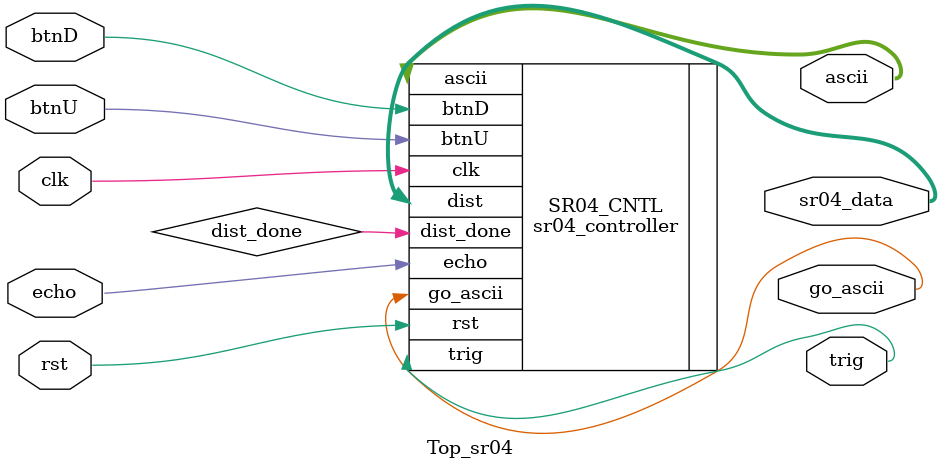
<source format=v>
`timescale 1ns / 1ps

module Top_sr04(
    input clk,
    input rst,
    input btnU,
    input btnD,
    input echo,

    output trig,
    output [13:0] sr04_data,
    output go_ascii,
    output [7:0] ascii
    );

    sr04_controller SR04_CNTL (
        .clk(clk),
        .rst(rst),
        .btnU(btnU),
        .btnD(btnD),
        .echo(echo),

        .trig(trig),
        .dist(sr04_data),
        .dist_done(dist_done),
        .ascii(ascii),
        .go_ascii(go_ascii)
    );


endmodule

</source>
